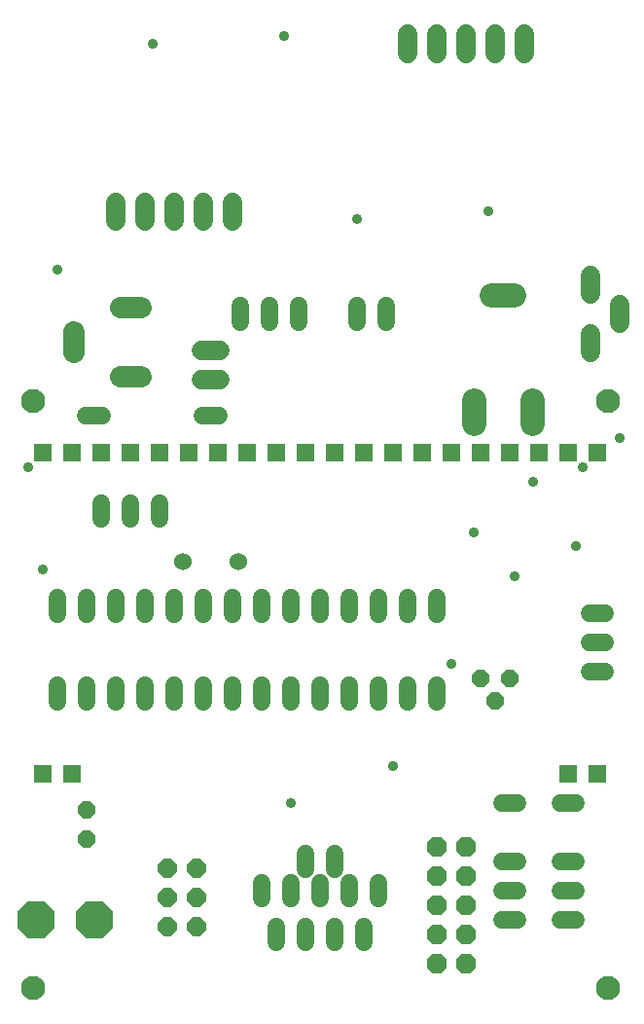
<source format=gbs>
G75*
G70*
%OFA0B0*%
%FSLAX24Y24*%
%IPPOS*%
%LPD*%
%AMOC8*
5,1,8,0,0,1.08239X$1,22.5*
%
%ADD10OC8,0.0640*%
%ADD11C,0.0600*%
%ADD12C,0.0600*%
%ADD13OC8,0.0600*%
%ADD14OC8,0.1280*%
%ADD15C,0.0820*%
%ADD16C,0.0595*%
%ADD17OC8,0.0680*%
%ADD18R,0.0600X0.0600*%
%ADD19C,0.0740*%
%ADD20C,0.0680*%
%ADD21C,0.0827*%
%ADD22C,0.0357*%
D10*
X007081Y016392D03*
X007081Y017392D03*
X007081Y018392D03*
X008081Y018392D03*
X008081Y017392D03*
X008081Y016392D03*
D11*
X007631Y028892D03*
X009531Y028892D03*
D12*
X009331Y027672D02*
X009331Y027112D01*
X008331Y027112D02*
X008331Y027672D01*
X007331Y027672D02*
X007331Y027112D01*
X006331Y027112D02*
X006331Y027672D01*
X005331Y027672D02*
X005331Y027112D01*
X004331Y027112D02*
X004331Y027672D01*
X003331Y027672D02*
X003331Y027112D01*
X003331Y024672D02*
X003331Y024112D01*
X004331Y024112D02*
X004331Y024672D01*
X005331Y024672D02*
X005331Y024112D01*
X006331Y024112D02*
X006331Y024672D01*
X007331Y024672D02*
X007331Y024112D01*
X008331Y024112D02*
X008331Y024672D01*
X009331Y024672D02*
X009331Y024112D01*
X010331Y024112D02*
X010331Y024672D01*
X011331Y024672D02*
X011331Y024112D01*
X012331Y024112D02*
X012331Y024672D01*
X013331Y024672D02*
X013331Y024112D01*
X014331Y024112D02*
X014331Y024672D01*
X015331Y024672D02*
X015331Y024112D01*
X016331Y024112D02*
X016331Y024672D01*
X016331Y027112D02*
X016331Y027672D01*
X015331Y027672D02*
X015331Y027112D01*
X014331Y027112D02*
X014331Y027672D01*
X013331Y027672D02*
X013331Y027112D01*
X012331Y027112D02*
X012331Y027672D01*
X011331Y027672D02*
X011331Y027112D01*
X010331Y027112D02*
X010331Y027672D01*
X008861Y033892D02*
X008301Y033892D01*
X006831Y030922D02*
X006831Y030362D01*
X005831Y030362D02*
X005831Y030922D01*
X004831Y030922D02*
X004831Y030362D01*
X004861Y033892D02*
X004301Y033892D01*
X009581Y037112D02*
X009581Y037672D01*
X010581Y037672D02*
X010581Y037112D01*
X011581Y037112D02*
X011581Y037672D01*
X013581Y037672D02*
X013581Y037112D01*
X014581Y037112D02*
X014581Y037672D01*
X021551Y027142D02*
X022111Y027142D01*
X022111Y026142D02*
X021551Y026142D01*
X021551Y025142D02*
X022111Y025142D01*
X014331Y017922D02*
X014331Y017362D01*
X013831Y016422D02*
X013831Y015862D01*
X013331Y017362D02*
X013331Y017922D01*
X012831Y018362D02*
X012831Y018922D01*
X012331Y017922D02*
X012331Y017362D01*
X011831Y016422D02*
X011831Y015862D01*
X011331Y017362D02*
X011331Y017922D01*
X011831Y018362D02*
X011831Y018922D01*
X010831Y016422D02*
X010831Y015862D01*
X010331Y017362D02*
X010331Y017922D01*
X012831Y016422D02*
X012831Y015862D01*
D13*
X017831Y024892D03*
X018331Y024142D03*
X018831Y024892D03*
X004331Y020392D03*
X004331Y019392D03*
D14*
X004581Y016642D03*
X002581Y016642D03*
D15*
X017581Y033646D02*
X017581Y034426D01*
X019581Y034426D02*
X019581Y033646D01*
X018971Y038036D02*
X018191Y038036D01*
D16*
X018554Y020642D02*
X019109Y020642D01*
X019109Y018642D02*
X018554Y018642D01*
X018554Y017642D02*
X019109Y017642D01*
X019109Y016642D02*
X018554Y016642D01*
X020554Y016642D02*
X021109Y016642D01*
X021109Y017642D02*
X020554Y017642D01*
X020554Y018642D02*
X021109Y018642D01*
X021109Y020642D02*
X020554Y020642D01*
D17*
X017331Y019142D03*
X017331Y018142D03*
X017331Y017142D03*
X017331Y016142D03*
X017331Y015142D03*
X016331Y015142D03*
X016331Y016142D03*
X016331Y017142D03*
X016331Y018142D03*
X016331Y019142D03*
D18*
X020831Y021642D03*
X021831Y021642D03*
X021831Y032642D03*
X020831Y032642D03*
X019831Y032642D03*
X018831Y032642D03*
X017831Y032642D03*
X016831Y032642D03*
X015831Y032642D03*
X014831Y032642D03*
X013831Y032642D03*
X012831Y032642D03*
X011831Y032642D03*
X010831Y032642D03*
X009831Y032642D03*
X008831Y032642D03*
X007831Y032642D03*
X006831Y032642D03*
X005831Y032642D03*
X004831Y032642D03*
X003831Y032642D03*
X002831Y032642D03*
X002831Y021642D03*
X003831Y021642D03*
D19*
X005481Y035248D02*
X006181Y035248D01*
X006181Y037611D02*
X005481Y037611D01*
X003902Y036760D02*
X003902Y036060D01*
D20*
X005331Y040572D02*
X005331Y041212D01*
X006331Y041212D02*
X006331Y040572D01*
X007331Y040572D02*
X007331Y041212D01*
X008331Y041212D02*
X008331Y040572D01*
X009331Y040572D02*
X009331Y041212D01*
X008901Y036142D02*
X008261Y036142D01*
X008261Y035142D02*
X008901Y035142D01*
X015331Y046322D02*
X015331Y046962D01*
X016331Y046962D02*
X016331Y046322D01*
X017331Y046322D02*
X017331Y046962D01*
X018331Y046962D02*
X018331Y046322D01*
X019331Y046322D02*
X019331Y046962D01*
X021581Y038712D02*
X021581Y038072D01*
X021581Y036712D02*
X021581Y036072D01*
X022581Y037072D02*
X022581Y037712D01*
D21*
X002512Y014323D03*
X002512Y034402D03*
X022197Y034402D03*
X022197Y014323D03*
D22*
X016831Y025392D03*
X014831Y021892D03*
X011331Y020642D03*
X017581Y029892D03*
X018981Y028392D03*
X019631Y031642D03*
X021081Y029442D03*
X021331Y032142D03*
X022581Y033142D03*
X018081Y040892D03*
X013581Y040642D03*
X011081Y046892D03*
X006581Y046642D03*
X003331Y038892D03*
X002331Y032142D03*
X002831Y028642D03*
M02*

</source>
